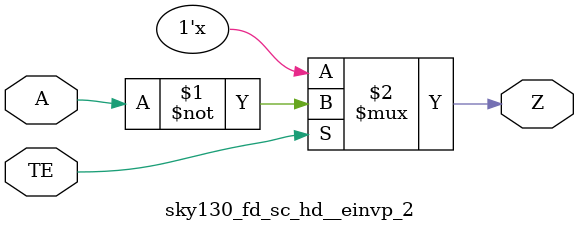
<source format=v>
/*
 * Copyright 2020 The SkyWater PDK Authors
 *
 * Licensed under the Apache License, Version 2.0 (the "License");
 * you may not use this file except in compliance with the License.
 * You may obtain a copy of the License at
 *
 *     https://www.apache.org/licenses/LICENSE-2.0
 *
 * Unless required by applicable law or agreed to in writing, software
 * distributed under the License is distributed on an "AS IS" BASIS,
 * WITHOUT WARRANTIES OR CONDITIONS OF ANY KIND, either express or implied.
 * See the License for the specific language governing permissions and
 * limitations under the License.
 *
 * SPDX-License-Identifier: Apache-2.0
*/


`ifndef SKY130_FD_SC_HD__EINVP_2_FUNCTIONAL_V
`define SKY130_FD_SC_HD__EINVP_2_FUNCTIONAL_V

/**
 * einvp: Tri-state inverter, positive enable.
 *
 * Verilog simulation functional model.
 */

`timescale 1ns / 1ps
`default_nettype none

`celldefine
module sky130_fd_sc_hd__einvp_2 (
    Z ,
    A ,
    TE
);

    // Module ports
    output Z ;
    input  A ;
    input  TE;

    //     Name     Output  Other arguments
    notif1 notif10 (Z     , A, TE          );

endmodule
`endcelldefine

`default_nettype wire
`endif  // SKY130_FD_SC_HD__EINVP_2_FUNCTIONAL_V

</source>
